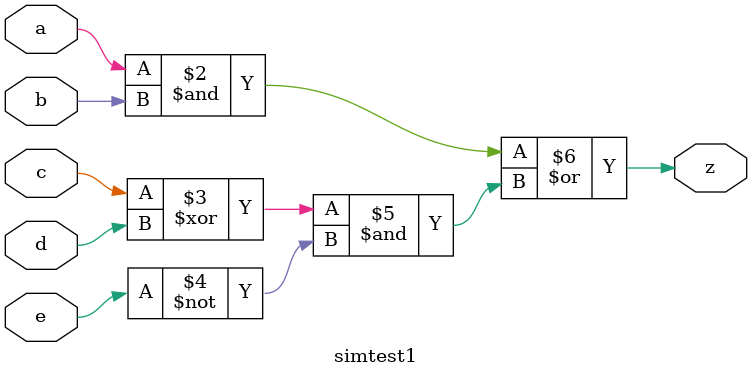
<source format=v>
module simtest1 (
 input a, b, c, d, e,
output reg z
);

always @ ( a or b or c or d or e) begin
z= ((a&b) | (c^d) &~e);
end

endmodule
</source>
